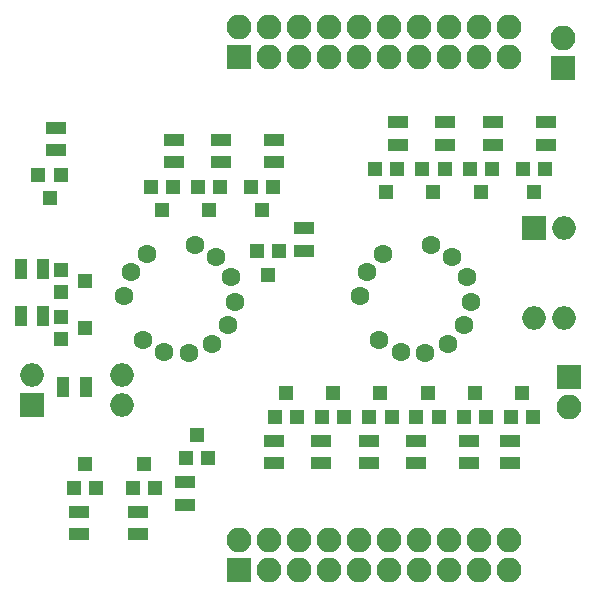
<source format=gbr>
G04 #@! TF.FileFunction,Soldermask,Top*
%FSLAX46Y46*%
G04 Gerber Fmt 4.6, Leading zero omitted, Abs format (unit mm)*
G04 Created by KiCad (PCBNEW 4.0.4-stable) date 12/02/17 22:43:03*
%MOMM*%
%LPD*%
G01*
G04 APERTURE LIST*
%ADD10C,0.100000*%
%ADD11C,1.600000*%
%ADD12R,2.100000X2.100000*%
%ADD13O,2.100000X2.100000*%
%ADD14R,2.000000X2.000000*%
%ADD15O,2.000000X2.000000*%
%ADD16R,1.200000X1.300000*%
%ADD17R,1.300000X1.200000*%
%ADD18R,1.700000X1.100000*%
%ADD19R,1.100000X1.700000*%
G04 APERTURE END LIST*
D10*
D11*
X122256460Y-96188505D03*
X120880439Y-97771498D03*
X120307250Y-99761261D03*
X121894545Y-103522776D03*
X123725524Y-104519979D03*
X125816146Y-104628596D03*
X127743540Y-103811495D03*
X129123034Y-102248198D03*
X129692750Y-100238739D03*
X129328089Y-98170643D03*
X128105455Y-96477224D03*
X126274476Y-95480021D03*
X102256460Y-96188505D03*
X100880439Y-97771498D03*
X100307250Y-99761261D03*
X101894545Y-103522776D03*
X103725524Y-104519979D03*
X105816146Y-104628596D03*
X107743540Y-103811495D03*
X109123034Y-102248198D03*
X109692750Y-100238739D03*
X109328089Y-98170643D03*
X108105455Y-96477224D03*
X106274476Y-95480021D03*
D12*
X138000000Y-106600000D03*
D13*
X138000000Y-109140000D03*
D14*
X135000000Y-94000000D03*
D15*
X137540000Y-101620000D03*
X137540000Y-94000000D03*
X135000000Y-101620000D03*
D12*
X110000000Y-123000000D03*
D13*
X110000000Y-120460000D03*
X112540000Y-123000000D03*
X112540000Y-120460000D03*
X115080000Y-123000000D03*
X115080000Y-120460000D03*
X117620000Y-123000000D03*
X117620000Y-120460000D03*
X120160000Y-123000000D03*
X120160000Y-120460000D03*
X122700000Y-123000000D03*
X122700000Y-120460000D03*
X125240000Y-123000000D03*
X125240000Y-120460000D03*
X127780000Y-123000000D03*
X127780000Y-120460000D03*
X130320000Y-123000000D03*
X130320000Y-120460000D03*
X132860000Y-123000000D03*
X132860000Y-120460000D03*
D12*
X110000000Y-79500000D03*
D13*
X110000000Y-76960000D03*
X112540000Y-79500000D03*
X112540000Y-76960000D03*
X115080000Y-79500000D03*
X115080000Y-76960000D03*
X117620000Y-79500000D03*
X117620000Y-76960000D03*
X120160000Y-79500000D03*
X120160000Y-76960000D03*
X122700000Y-79500000D03*
X122700000Y-76960000D03*
X125240000Y-79500000D03*
X125240000Y-76960000D03*
X127780000Y-79500000D03*
X127780000Y-76960000D03*
X130320000Y-79500000D03*
X130320000Y-76960000D03*
X132860000Y-79500000D03*
X132860000Y-76960000D03*
D14*
X92500000Y-109000000D03*
D15*
X100120000Y-106460000D03*
X92500000Y-106460000D03*
X100120000Y-109000000D03*
D16*
X121050000Y-110000000D03*
X122950000Y-110000000D03*
X122000000Y-108000000D03*
X117050000Y-110000000D03*
X118950000Y-110000000D03*
X118000000Y-108000000D03*
X113050000Y-110000000D03*
X114950000Y-110000000D03*
X114000000Y-108000000D03*
X123450000Y-89000000D03*
X121550000Y-89000000D03*
X122500000Y-91000000D03*
X127450000Y-89000000D03*
X125550000Y-89000000D03*
X126500000Y-91000000D03*
X131450000Y-89000000D03*
X129550000Y-89000000D03*
X130500000Y-91000000D03*
X135950000Y-89000000D03*
X134050000Y-89000000D03*
X135000000Y-91000000D03*
X133050000Y-110000000D03*
X134950000Y-110000000D03*
X134000000Y-108000000D03*
X129050000Y-110000000D03*
X130950000Y-110000000D03*
X130000000Y-108000000D03*
X125050000Y-110000000D03*
X126950000Y-110000000D03*
X126000000Y-108000000D03*
D17*
X95000000Y-101550000D03*
X95000000Y-103450000D03*
X97000000Y-102500000D03*
X95000000Y-97550000D03*
X95000000Y-99450000D03*
X97000000Y-98500000D03*
D16*
X94950000Y-89500000D03*
X93050000Y-89500000D03*
X94000000Y-91500000D03*
X104450000Y-90500000D03*
X102550000Y-90500000D03*
X103500000Y-92500000D03*
X108450000Y-90500000D03*
X106550000Y-90500000D03*
X107500000Y-92500000D03*
X112950000Y-90500000D03*
X111050000Y-90500000D03*
X112000000Y-92500000D03*
X113450000Y-96000000D03*
X111550000Y-96000000D03*
X112500000Y-98000000D03*
X105550000Y-113500000D03*
X107450000Y-113500000D03*
X106500000Y-111500000D03*
X101050000Y-116000000D03*
X102950000Y-116000000D03*
X102000000Y-114000000D03*
X96050000Y-116000000D03*
X97950000Y-116000000D03*
X97000000Y-114000000D03*
D18*
X121000000Y-112050000D03*
X121000000Y-113950000D03*
X113000000Y-112050000D03*
X113000000Y-113950000D03*
X123500000Y-86950000D03*
X123500000Y-85050000D03*
X127500000Y-86950000D03*
X127500000Y-85050000D03*
X131500000Y-86950000D03*
X131500000Y-85050000D03*
X136000000Y-86950000D03*
X136000000Y-85050000D03*
X133000000Y-112050000D03*
X133000000Y-113950000D03*
X129500000Y-112050000D03*
X129500000Y-113950000D03*
X125000000Y-112050000D03*
X125000000Y-113950000D03*
X117000000Y-112050000D03*
X117000000Y-113950000D03*
D19*
X93450000Y-101500000D03*
X91550000Y-101500000D03*
X93450000Y-97500000D03*
X91550000Y-97500000D03*
D18*
X94500000Y-87450000D03*
X94500000Y-85550000D03*
D19*
X95150000Y-107500000D03*
X97050000Y-107500000D03*
D18*
X104500000Y-88450000D03*
X104500000Y-86550000D03*
X108500000Y-88450000D03*
X108500000Y-86550000D03*
X113000000Y-88450000D03*
X113000000Y-86550000D03*
X115500000Y-95950000D03*
X115500000Y-94050000D03*
X105500000Y-115550000D03*
X105500000Y-117450000D03*
X101500000Y-118050000D03*
X101500000Y-119950000D03*
X96500000Y-118050000D03*
X96500000Y-119950000D03*
D12*
X137500000Y-80500000D03*
D13*
X137500000Y-77960000D03*
M02*

</source>
